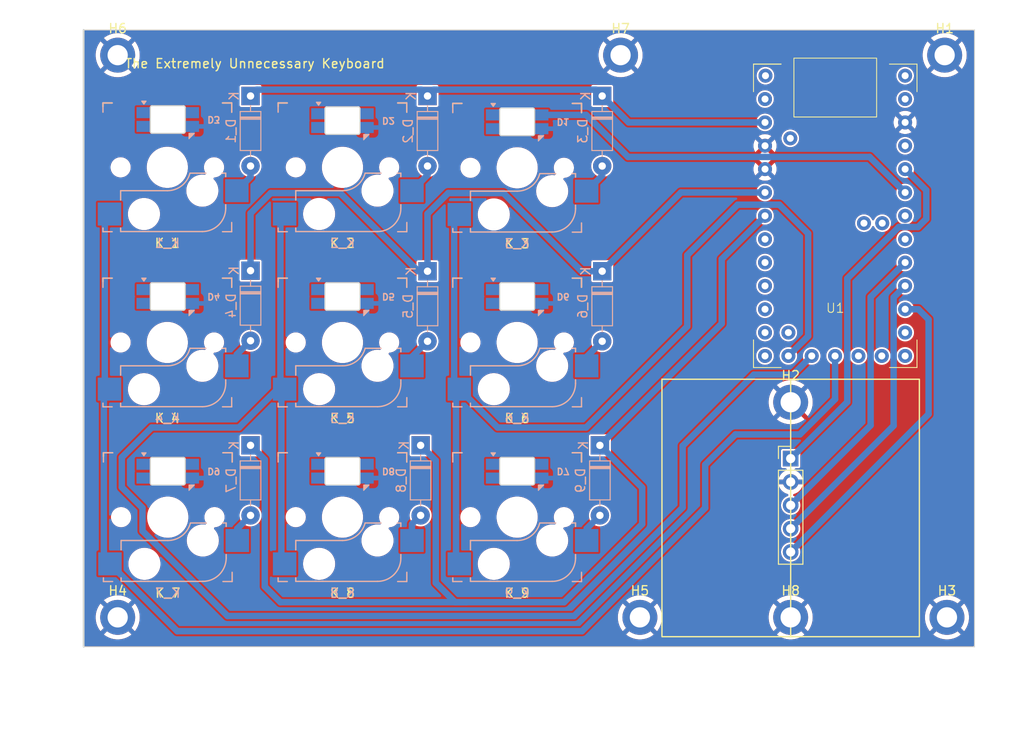
<source format=kicad_pcb>
(kicad_pcb (version 20241229) (generator "pcbnew") (generator_version "9.0")
  (layers (0 "F.Cu" signal) (2 "B.Cu" signal) (13 "F.Paste" user) (15 "B.Paste" user) (5 "F.SilkS" user "F.Silkscreen") (7 "B.SilkS" user "B.Silkscreen") (1 "F.Mask" user) (3 "B.Mask" user) (25 "Edge.Cuts" user))
  (net 0 "")
  (net 1 "col0")
  (net 2 "col1")
  (net 3 "row0")
  (net 4 "row1")
  (net 5 "Net-(D_4-A)")
  (net 6 "Net-(D_5-A)")
  (net 7 "Net-(D1-DOUT)")
  (net 9 "Net-(D2-DOUT)")
  (net 10 "Net-(D3-DOUT)")
  (net 19 "LED_POWER")
  (net 20 "GND")
  (net 21 "LED")
  (net 24 "IO2")
  (net 25 "3V3")
  (net 26 "IO3")
  (net 27 "IO1")
  (net 37 "Net-(D4-DOUT)")
  (net 38 "Net-(D5-DOUT)")
  (net 39 "Net-(D6-DOUT)")
  (net 40 "Net-(D7-DOUT)")
  (net 41 "Net-(D8-DOUT)")
  (net 43 "Net-(D_1-A)")
  (net 44 "Net-(D_2-A)")
  (net 45 "Net-(D_3-A)")
  (net 46 "Net-(D_6-A)")
  (net 47 "Net-(D_7-A)")
  (net 48 "row2")
  (net 49 "Net-(D_8-A)")
  (net 50 "Net-(D_9-A)")
  (net 51 "col2")
  (footprint "EUK:Kailh_socket_MX" (layer "F.Cu") (at 190.2 144.95 180)
    (property "Reference" "K_1" (at 0 -8.255 0) (layer "F.SilkS"))
    (property "Value" "KEYSW" (hide yes))
    (fp_text user "${REFERENCE}" (at 0 -8.255 0) (layer "B.SilkS") (effects (justify mirror)))
    (pad "" np_thru_hole circle (at -5.08 0 180) (size 1.7018 1.7018) (drill 1.7018) (layers "*.Cu" "*.Mask"))
    (pad "" np_thru_hole circle (at -3.81 -2.54 180) (size 3 3) (drill 3) (layers "*.Cu" "*.Mask"))
    (pad "" np_thru_hole circle (at 0 0 180) (size 3.9878 3.9878) (drill 3.9878) (layers "*.Cu" "*.Mask"))
    (pad "" np_thru_hole circle (at 2.54 -5.08 180) (size 3 3) (drill 3) (layers "*.Cu" "*.Mask"))
    (pad "" np_thru_hole circle (at 5.08 0 180) (size 1.7018 1.7018) (drill 1.7018) (layers "*.Cu" "*.Mask"))
    (pad "1" smd rect (at 6.29 -5.08 180) (size 2.55 2.5) (layers "B.Cu" "B.Mask" "B.Paste") (net 1 "col0"))
    (pad "2" smd rect (at -7.56 -2.54 180) (size 2.55 2.5) (layers "B.Cu" "B.Mask" "B.Paste") (net 43 "Net-(D_1-A)"))
  )
  (footprint "EUK:Kailh_socket_MX" (layer "F.Cu") (at 209.25 144.95 180)
    (property "Reference" "K_2" (at 0 -8.255 0) (layer "F.SilkS"))
    (property "Value" "KEYSW")
    (fp_text user "${REFERENCE}" (at 0 -8.255 0) (layer "B.SilkS") (effects (justify mirror)))
    (pad "" np_thru_hole circle (at -5.08 0 180) (size 1.7018 1.7018) (drill 1.7018) (layers "*.Cu" "*.Mask"))
    (pad "" np_thru_hole circle (at -3.81 -2.54 180) (size 3 3) (drill 3) (layers "*.Cu" "*.Mask"))
    (pad "" np_thru_hole circle (at 0 0 180) (size 3.9878 3.9878) (drill 3.9878) (layers "*.Cu" "*.Mask"))
    (pad "" np_thru_hole circle (at 2.54 -5.08 180) (size 3 3) (drill 3) (layers "*.Cu" "*.Mask"))
    (pad "" np_thru_hole circle (at 5.08 0 180) (size 1.7018 1.7018) (drill 1.7018) (layers "*.Cu" "*.Mask"))
    (pad "1" smd rect (at 6.29 -5.08 180) (size 2.55 2.5) (layers "B.Cu" "B.Mask" "B.Paste") (net 2 "col1"))
    (pad "2" smd rect (at -7.56 -2.54 180) (size 2.55 2.5) (layers "B.Cu" "B.Mask" "B.Paste") (net 44 "Net-(D_2-A)"))
  )
  (footprint "EUK:Kailh_socket_MX" (layer "F.Cu") (at 190.2 164 180)
    (property "Reference" "K_4" (at 0 -8.255 0) (layer "F.SilkS"))
    (property "Value" "KEYSW")
    (fp_text user "${REFERENCE}" (at 0 -8.255 0) (layer "B.SilkS") (effects (justify mirror)))
    (pad "" np_thru_hole circle (at -5.08 0 180) (size 1.7018 1.7018) (drill 1.7018) (layers "*.Cu" "*.Mask"))
    (pad "" np_thru_hole circle (at -3.81 -2.54 180) (size 3 3) (drill 3) (layers "*.Cu" "*.Mask"))
    (pad "" np_thru_hole circle (at 0 0 180) (size 3.9878 3.9878) (drill 3.9878) (layers "*.Cu" "*.Mask"))
    (pad "" np_thru_hole circle (at 2.54 -5.08 180) (size 3 3) (drill 3) (layers "*.Cu" "*.Mask"))
    (pad "" np_thru_hole circle (at 5.08 0 180) (size 1.7018 1.7018) (drill 1.7018) (layers "*.Cu" "*.Mask"))
    (pad "1" smd rect (at 6.29 -5.08 180) (size 2.55 2.5) (layers "B.Cu" "B.Mask" "B.Paste") (net 1 "col0"))
    (pad "2" smd rect (at -7.56 -2.54 180) (size 2.55 2.5) (layers "B.Cu" "B.Mask" "B.Paste") (net 5 "Net-(D_4-A)"))
  )
  (footprint "EUK:Kailh_socket_MX" (layer "F.Cu") (at 209.25 164 180)
    (property "Reference" "K_5" (at 0 -8.255 0) (layer "F.SilkS"))
    (property "Value" "KEYSW")
    (fp_text user "${REFERENCE}" (at 0 -8.255 0) (layer "B.SilkS") (effects (justify mirror)))
    (pad "" np_thru_hole circle (at -5.08 0 180) (size 1.7018 1.7018) (drill 1.7018) (layers "*.Cu" "*.Mask"))
    (pad "" np_thru_hole circle (at -3.81 -2.54 180) (size 3 3) (drill 3) (layers "*.Cu" "*.Mask"))
    (pad "" np_thru_hole circle (at 0 0 180) (size 3.9878 3.9878) (drill 3.9878) (layers "*.Cu" "*.Mask"))
    (pad "" np_thru_hole circle (at 2.54 -5.08 180) (size 3 3) (drill 3) (layers "*.Cu" "*.Mask"))
    (pad "" np_thru_hole circle (at 5.08 0 180) (size 1.7018 1.7018) (drill 1.7018) (layers "*.Cu" "*.Mask"))
    (pad "1" smd rect (at 6.29 -5.08 180) (size 2.55 2.5) (layers "B.Cu" "B.Mask" "B.Paste") (net 2 "col1"))
    (pad "2" smd rect (at -7.56 -2.54 180) (size 2.55 2.5) (layers "B.Cu" "B.Mask" "B.Paste") (net 6 "Net-(D_5-A)"))
  )
  (footprint "MountingHole:MountingHole_2.2mm_M2_DIN965_Pad" (layer "F.Cu") (at 258 193.9)
    (property "Reference" "H8" (at 0 -2.9 0) (layer "F.SilkS"))
    (property "Value" "MountingHole_Pad_MP")
    (pad "1" thru_hole circle (at 0 0) (size 3.8 3.8) (drill 2.2) (layers "*.Cu" "*.Mask") (net 20 "GND"))
  )
  (footprint "EUK:SK6812-MINI-E" (layer "F.Cu") (at 209.25 139.86875)
    (property "Reference" "D2" (at 5 0 180) (layer "B.SilkS") (effects (font (size 0.7 0.7)) (justify mirror)))
    (property "Value" "WS2812B" (hide yes))
    (fp_line (start -1.9 1.3) (end -1.9 -1.3) (stroke (width 0.12)) (layer "Edge.Cuts"))
    (fp_line (start -1.7 -1.5) (end 1.7 -1.5) (stroke (width 0.12)) (layer "Edge.Cuts"))
    (fp_line (start 1.7 1.5) (end -1.7 1.5) (stroke (width 0.12)) (layer "Edge.Cuts"))
    (fp_line (start 1.9 -1.3) (end 1.9 1.3) (stroke (width 0.12)) (layer "Edge.Cuts"))
    (fp_arc (start -1.9 -1.3) (mid -1.841421 -1.441421) (end -1.7 -1.5) (stroke (width 0.12)) (layer "Edge.Cuts"))
    (fp_arc (start -1.7 1.5) (mid -1.841421 1.441421) (end -1.9 1.3) (stroke (width 0.12)) (layer "Edge.Cuts"))
    (fp_arc (start 1.7 -1.5) (mid 1.841421 -1.441421) (end 1.9 -1.3) (stroke (width 0.12)) (layer "Edge.Cuts"))
    (fp_arc (start 1.9 1.3) (mid 1.841421 1.441421) (end 1.7 1.5) (stroke (width 0.12)) (layer "Edge.Cuts"))
    (pad "1" smd rect (at -2.675 0.75) (size 1.45 1.2) (layers "B.Cu" "B.Mask" "B.Paste") (net 9 "Net-(D2-DOUT)"))
    (pad "2" smd rect (at 2.675 0.75) (size 1.45 1.2) (layers "B.Cu" "B.Mask" "B.Paste") (net 20 "GND"))
    (pad "3" smd rect (at 2.675 -0.75) (size 1.45 1.2) (layers "B.Cu" "B.Mask" "B.Paste") (net 7 "Net-(D1-DOUT)"))
    (pad "4" smd rect (at -2.675 -0.75) (size 1.45 1.2) (layers "B.Cu" "B.Mask" "B.Paste") (net 19 "LED_POWER"))
  )
  (footprint "EUK:SK6812-MINI-E" (layer "F.Cu") (at 209.25 159)
    (property "Reference" "D5" (at 5 0 180) (layer "B.SilkS") (effects (font (size 0.7 0.7)) (justify mirror)))
    (property "Value" "WS2812B" (hide yes))
    (fp_line (start -1.9 1.3) (end -1.9 -1.3) (stroke (width 0.12)) (layer "Edge.Cuts"))
    (fp_line (start -1.7 -1.5) (end 1.7 -1.5) (stroke (width 0.12)) (layer "Edge.Cuts"))
    (fp_line (start 1.7 1.5) (end -1.7 1.5) (stroke (width 0.12)) (layer "Edge.Cuts"))
    (fp_line (start 1.9 -1.3) (end 1.9 1.3) (stroke (width 0.12)) (layer "Edge.Cuts"))
    (fp_arc (start -1.9 -1.3) (mid -1.841421 -1.441421) (end -1.7 -1.5) (stroke (width 0.12)) (layer "Edge.Cuts"))
    (fp_arc (start -1.7 1.5) (mid -1.841421 1.441421) (end -1.9 1.3) (stroke (width 0.12)) (layer "Edge.Cuts"))
    (fp_arc (start 1.7 -1.5) (mid 1.841421 -1.441421) (end 1.9 -1.3) (stroke (width 0.12)) (layer "Edge.Cuts"))
    (fp_arc (start 1.9 1.3) (mid 1.841421 1.441421) (end 1.7 1.5) (stroke (width 0.12)) (layer "Edge.Cuts"))
    (pad "1" smd rect (at -2.675 0.75) (size 1.45 1.2) (layers "B.Cu" "B.Mask" "B.Paste") (net 38 "Net-(D5-DOUT)"))
    (pad "2" smd rect (at 2.675 0.75) (size 1.45 1.2) (layers "B.Cu" "B.Mask" "B.Paste") (net 20 "GND"))
    (pad "3" smd rect (at 2.675 -0.75) (size 1.45 1.2) (layers "B.Cu" "B.Mask" "B.Paste") (net 37 "Net-(D4-DOUT)"))
    (pad "4" smd rect (at -2.675 -0.75) (size 1.45 1.2) (layers "B.Cu" "B.Mask" "B.Paste") (net 19 "LED_POWER"))
  )
  (footprint "Connector_PinHeader_2.54mm:PinHeader_1x05_P2.54mm_Vertical" (layer "F.Cu") (at 258 176.63)
    (property "Reference" "J2" (hide yes))
    (property "Value" "IO")
    (pad "1" thru_hole rect (at 0 0) (size 1.7 1.7) (drill 1) (layers "*.Cu" "*.Mask") (net 25 "3V3"))
    (pad "2" thru_hole oval (at 0 2.54) (size 1.7 1.7) (drill 1) (layers "*.Cu" "*.Mask") (net 20 "GND"))
    (pad "3" thru_hole oval (at 0 5.08) (size 1.7 1.7) (drill 1) (layers "*.Cu" "*.Mask") (net 27 "IO1"))
    (pad "4" thru_hole oval (at 0 7.62) (size 1.7 1.7) (drill 1) (layers "*.Cu" "*.Mask") (net 24 "IO2"))
    (pad "5" thru_hole oval (at 0 10.16) (size 1.7 1.7) (drill 1) (layers "*.Cu" "*.Mask") (net 26 "IO3"))
  )
  (footprint "EUK:Kailh_socket_MX" (layer "F.Cu") (at 228.25 145 180)
    (property "Reference" "K_3" (at 0 -8.255 180) (layer "F.SilkS"))
    (property "Value" "KEYSW")
    (fp_text user "${REFERENCE}" (at 0 -8.255 180) (layer "B.SilkS") (effects (justify mirror)))
    (pad "" np_thru_hole circle (at -5.08 0 180) (size 1.7018 1.7018) (drill 1.7018) (layers "*.Cu" "*.Mask"))
    (pad "" np_thru_hole circle (at -3.81 -2.54 180) (size 3 3) (drill 3) (layers "*.Cu" "*.Mask"))
    (pad "" np_thru_hole circle (at 0 0 180) (size 3.9878 3.9878) (drill 3.9878) (layers "*.Cu" "*.Mask"))
    (pad "" np_thru_hole circle (at 2.54 -5.08 180) (size 3 3) (drill 3) (layers "*.Cu" "*.Mask"))
    (pad "" np_thru_hole circle (at 5.08 0 180) (size 1.7018 1.7018) (drill 1.7018) (layers "*.Cu" "*.Mask"))
    (pad "1" smd rect (at 6.29 -5.08 180) (size 2.55 2.5) (layers "B.Cu" "B.Mask" "B.Paste") (net 51 "col2"))
    (pad "2" smd rect (at -7.56 -2.54 180) (size 2.55 2.5) (layers "B.Cu" "B.Mask" "B.Paste") (net 45 "Net-(D_3-A)"))
  )
  (footprint "EUK:Kailh_socket_MX" (layer "F.Cu") (at 190.25 183 180)
    (property "Reference" "K_7" (at 0 -8.255 180) (layer "F.SilkS"))
    (property "Value" "KEYSW")
    (fp_text user "${REFERENCE}" (at 0 -8.255 180) (layer "B.SilkS") (effects (justify mirror)))
    (pad "" np_thru_hole circle (at -5.08 0 180) (size 1.7018 1.7018) (drill 1.7018) (layers "*.Cu" "*.Mask"))
    (pad "" np_thru_hole circle (at -3.81 -2.54 180) (size 3 3) (drill 3) (layers "*.Cu" "*.Mask"))
    (pad "" np_thru_hole circle (at 0 0 180) (size 3.9878 3.9878) (drill 3.9878) (layers "*.Cu" "*.Mask"))
    (pad "" np_thru_hole circle (at 2.54 -5.08 180) (size 3 3) (drill 3) (layers "*.Cu" "*.Mask"))
    (pad "" np_thru_hole circle (at 5.08 0 180) (size 1.7018 1.7018) (drill 1.7018) (layers "*.Cu" "*.Mask"))
    (pad "1" smd rect (at 6.29 -5.08 180) (size 2.55 2.5) (layers "B.Cu" "B.Mask" "B.Paste") (net 1 "col0"))
    (pad "2" smd rect (at -7.56 -2.54 180) (size 2.55 2.5) (layers "B.Cu" "B.Mask" "B.Paste") (net 47 "Net-(D_7-A)"))
  )
  (footprint "MountingHole:MountingHole_2.2mm_M2_DIN965_Pad" (layer "F.Cu") (at 241.6 193.9)
    (property "Reference" "H5" (at 0 -2.9 0) (layer "F.SilkS"))
    (property "Value" "MountingHole_Pad_MP")
    (pad "1" thru_hole circle (at 0 0) (size 3.8 3.8) (drill 2.2) (layers "*.Cu" "*.Mask") (net 20 "GND"))
  )
  (footprint "EUK:SK6812-MINI-E" (layer "F.Cu") (at 190.25 178)
    (property "Reference" "D9" (at 5 0 180) (layer "B.SilkS") (effects (font (size 0.7 0.7)) (justify mirror)))
    (property "Value" "WS2812B" (hide yes))
    (fp_line (start -1.9 1.3) (end -1.9 -1.3) (stroke (width 0.12)) (layer "Edge.Cuts"))
    (fp_line (start -1.7 -1.5) (end 1.7 -1.5) (stroke (width 0.12)) (layer "Edge.Cuts"))
    (fp_line (start 1.7 1.5) (end -1.7 1.5) (stroke (width 0.12)) (layer "Edge.Cuts"))
    (fp_line (start 1.9 -1.3) (end 1.9 1.3) (stroke (width 0.12)) (layer "Edge.Cuts"))
    (fp_arc (start -1.9 -1.3) (mid -1.841421 -1.441421) (end -1.7 -1.5) (stroke (width 0.12)) (layer "Edge.Cuts"))
    (fp_arc (start -1.7 1.5) (mid -1.841421 1.441421) (end -1.9 1.3) (stroke (width 0.12)) (layer "Edge.Cuts"))
    (fp_arc (start 1.7 -1.5) (mid 1.841421 -1.441421) (end 1.9 -1.3) (stroke (width 0.12)) (layer "Edge.Cuts"))
    (fp_arc (start 1.9 1.3) (mid 1.841421 1.441421) (end 1.7 1.5) (stroke (width 0.12)) (layer "Edge.Cuts"))
    (pad "1" smd rect (at -2.675 0.75) (size 1.45 1.2) (layers "B.Cu" "B.Mask" "B.Paste"))
    (pad "2" smd rect (at 2.675 0.75) (size 1.45 1.2) (layers "B.Cu" "B.Mask" "B.Paste") (net 20 "GND"))
    (pad "3" smd rect (at 2.675 -0.75) (size 1.45 1.2) (layers "B.Cu" "B.Mask" "B.Paste") (net 41 "Net-(D8-DOUT)"))
    (pad "4" smd rect (at -2.675 -0.75) (size 1.45 1.2) (layers "B.Cu" "B.Mask" "B.Paste") (net 19 "LED_POWER"))
  )
  (footprint "RP2040 pro micro:pro_micro_rp2040" (layer "F.Cu") (at 253.96 166.725)
    (property "Reference" "U1" (at 8.89 -6.46 0) (layer "F.SilkS") (effects (font (thickness 0.1))))
    (property "Value" "~")
    (pad "0" thru_hole circle (at 1.25 -29.2) (size 1.524 1.524) (drill 0.762) (layers "*.Cu" "*.Mask"))
    (pad "1" thru_hole circle (at 1.25 -26.66) (size 1.524 1.524) (drill 0.762) (layers "*.Cu" "*.Mask") (net 3 "row0"))
    (pad "2" thru_hole circle (at 1.25 -19.04) (size 1.524 1.524) (drill 0.762) (layers "*.Cu" "*.Mask") (net 4 "row1"))
    (pad "3" thru_hole circle (at 1.25 -16.5) (size 1.524 1.524) (drill 0.762) (layers "*.Cu" "*.Mask") (net 48 "row2"))
    (pad "3V3" thru_hole circle (at 16.49 -21.58) (size 1.524 1.524) (drill 0.762) (layers "*.Cu" "*.Mask") (net 25 "3V3"))
    (pad "4" thru_hole circle (at 1.25 -13.96) (size 1.524 1.524) (drill 0.762) (layers "*.Cu" "*.Mask"))
    (pad "5" thru_hole circle (at 1.25 -11.42) (size 1.524 1.524) (drill 0.762) (layers "*.Cu" "*.Mask"))
    (pad "5V" thru_hole circle (at 16.49 -29.2) (size 1.524 1.524) (drill 0.762) (layers "*.Cu" "*.Mask") (net 19 "LED_POWER"))
    (pad "6" thru_hole circle (at 1.25 -8.88) (size 1.524 1.524) (drill 0.762) (layers "*.Cu" "*.Mask"))
    (pad "7" thru_hole circle (at 1.25 -6.34) (size 1.524 1.524) (drill 0.762) (layers "*.Cu" "*.Mask"))
    (pad "8" thru_hole circle (at 1.25 -3.8) (size 1.524 1.524) (drill 0.762) (layers "*.Cu" "*.Mask"))
    (pad "9" thru_hole circle (at 1.25 -1.26) (size 1.524 1.524) (drill 0.762) (layers "*.Cu" "*.Mask"))
    (pad "10" thru_hole circle (at 1.3 -31.74) (size 1.524 1.524) (drill 0.762) (layers "*.Cu" "*.Mask"))
    (pad "11" thru_hole circle (at 16.49 -31.74) (size 1.524 1.524) (drill 0.762) (layers "*.Cu" "*.Mask"))
    (pad "12" thru_hole circle (at 3.79 -1.26) (size 1.524 1.524) (drill 0.762) (layers "*.Cu" "*.Mask") (net 51 "col2"))
    (pad "13" thru_hole circle (at 6.33 -1.26) (size 1.524 1.524) (drill 0.762) (layers "*.Cu" "*.Mask") (net 2 "col1"))
    (pad "14" thru_hole circle (at 8.87 -1.26) (size 1.524 1.524) (drill 0.762) (layers "*.Cu" "*.Mask") (net 1 "col0"))
    (pad "15" thru_hole circle (at 11.41 -1.26) (size 1.524 1.524) (drill 0.762) (layers "*.Cu" "*.Mask"))
    (pad "16" thru_hole circle (at 13.95 -1.26) (size 1.524 1.524) (drill 0.762) (layers "*.Cu" "*.Mask"))
    (pad "18" thru_hole circle (at 12.01 -15.7) (size 1.524 1.524) (drill 0.762) (layers "*.Cu" "*.Mask"))
    (pad "20" thru_hole circle (at 16.49 -6.34) (size 1.524 1.524) (drill 0.762) (layers "*.Cu" "*.Mask") (net 26 "IO3"))
    (pad "21" thru_hole circle (at 16.49 -1.26) (size 1.524 1.524) (drill 0.762) (layers "*.Cu" "*.Mask"))
    (pad "22" thru_hole circle (at 16.49 -8.88) (size 1.524 1.524) (drill 0.762) (layers "*.Cu" "*.Mask") (net 24 "IO2"))
    (pad "23" thru_hole circle (at 16.49 -3.8) (size 1.524 1.524) (drill 0.762) (layers "*.Cu" "*.Mask"))
    (pad "24" thru_hole circle (at 14 -15.7) (size 1.524 1.524) (drill 0.762) (layers "*.Cu" "*.Mask"))
    (pad "25" thru_hole circle (at 3.79 -3.8) (size 1.524 1.524) (drill 0.762) (layers "*.Cu" "*.Mask"))
    (pad "26" thru_hole circle (at 16.49 -11.42) (size 1.524 1.524) (drill 0.762) (layers "*.Cu" "*.Mask") (net 27 "IO1"))
    (pad "27" thru_hole circle (at 16.49 -13.96) (size 1.524 1.524) (drill 0.762) (layers "*.Cu" "*.Mask"))
    (pad "28" thru_hole circle (at 16.49 -16.5) (size 1.524 1.524) (drill 0.762) (layers "*.Cu" "*.Mask"))
    (pad "29" thru_hole circle (at 16.49 -19.04) (size 1.524 1.524) (drill 0.762) (layers "*.Cu" "*.Mask") (net 21 "LED"))
    (pad "BOOT" thru_hole circle (at 4 -24.93) (size 1.524 1.524) (drill 0.762) (layers "*.Cu" "*.Mask"))
    (pad "GND" thru_hole circle (at 1.25 -24.12) (size 1.524 1.524) (drill 0.762) (layers "*.Cu" "*.Mask") (net 20 "GND"))
    (pad "GND" thru_hole circle (at 1.25 -21.58) (size 1.524 1.524) (drill 0.762) (layers "*.Cu" "*.Mask") (net 20 "GND"))
    (pad "GND" thru_hole circle (at 16.49 -26.66) (size 1.524 1.524) (drill 0.762) (layers "*.Cu" "*.Mask") (net 20 "GND"))
    (pad "RST" thru_hole circle (at 16.49 -24.12) (size 1.524 1.524) (drill 0.762) (layers "*.Cu" "*.Mask"))
  )
  (footprint "EUK:SK6812-MINI-E" (layer "F.Cu") (at 228.25 159)
    (property "Reference" "D6" (at 5 0 180) (layer "B.SilkS") (effects (font (size 0.7 0.7)) (justify mirror)))
    (property "Value" "WS2812B" (hide yes))
    (fp_line (start -1.9 1.3) (end -1.9 -1.3) (stroke (width 0.12)) (layer "Edge.Cuts"))
    (fp_line (start -1.7 -1.5) (end 1.7 -1.5) (stroke (width 0.12)) (layer "Edge.Cuts"))
    (fp_line (start 1.7 1.5) (end -1.7 1.5) (stroke (width 0.12)) (layer "Edge.Cuts"))
    (fp_line (start 1.9 -1.3) (end 1.9 1.3) (stroke (width 0.12)) (layer "Edge.Cuts"))
    (fp_arc (start -1.9 -1.3) (mid -1.841421 -1.441421) (end -1.7 -1.5) (stroke (width 0.12)) (layer "Edge.Cuts"))
    (fp_arc (start -1.7 1.5) (mid -1.841421 1.441421) (end -1.9 1.3) (stroke (width 0.12)) (layer "Edge.Cuts"))
    (fp_arc (start 1.7 -1.5) (mid 1.841421 -1.441421) (end 1.9 -1.3) (stroke (width 0.12)) (layer "Edge.Cuts"))
    (fp_arc (start 1.9 1.3) (mid 1.841421 1.441421) (end 1.7 1.5) (stroke (width 0.12)) (layer "Edge.Cuts"))
    (pad "1" smd rect (at -2.675 0.75) (size 1.45 1.2) (layers "B.Cu" "B.Mask" "B.Paste") (net 39 "Net-(D6-DOUT)"))
    (pad "2" smd rect (at 2.675 0.75) (size 1.45 1.2) (layers "B.Cu" "B.Mask" "B.Paste") (net 20 "GND"))
    (pad "3" smd rect (at 2.675 -0.75) (size 1.45 1.2) (layers "B.Cu" "B.Mask" "B.Paste") (net 38 "Net-(D5-DOUT)"))
    (pad "4" smd rect (at -2.675 -0.75) (size 1.45 1.2) (layers "B.Cu" "B.Mask" "B.Paste") (net 19 "LED_POWER"))
  )
  (footprint "EUK:SK6812-MINI-E" (layer "F.Cu") (at 190.25 139.75)
    (property "Reference" "D3" (at 5 0 180) (layer "B.SilkS") (effects (font (size 0.7 0.7)) (justify mirror)))
    (property "Value" "WS2812B" (hide yes))
    (fp_line (start -1.9 1.3) (end -1.9 -1.3) (stroke (width 0.12)) (layer "Edge.Cuts"))
    (fp_line (start -1.7 -1.5) (end 1.7 -1.5) (stroke (width 0.12)) (layer "Edge.Cuts"))
    (fp_line (start 1.7 1.5) (end -1.7 1.5) (stroke (width 0.12)) (layer "Edge.Cuts"))
    (fp_line (start 1.9 -1.3) (end 1.9 1.3) (stroke (width 0.12)) (layer "Edge.Cuts"))
    (fp_arc (start -1.9 -1.3) (mid -1.841421 -1.441421) (end -1.7 -1.5) (stroke (width 0.12)) (layer "Edge.Cuts"))
    (fp_arc (start -1.7 1.5) (mid -1.841421 1.441421) (end -1.9 1.3) (stroke (width 0.12)) (layer "Edge.Cuts"))
    (fp_arc (start 1.7 -1.5) (mid 1.841421 -1.441421) (end 1.9 -1.3) (stroke (width 0.12)) (layer "Edge.Cuts"))
    (fp_arc (start 1.9 1.3) (mid 1.841421 1.441421) (end 1.7 1.5) (stroke (width 0.12)) (layer "Edge.Cuts"))
    (pad "1" smd rect (at -2.675 0.75) (size 1.45 1.2) (layers "B.Cu" "B.Mask" "B.Paste") (net 10 "Net-(D3-DOUT)"))
    (pad "2" smd rect (at 2.675 0.75) (size 1.45 1.2) (layers "B.Cu" "B.Mask" "B.Paste") (net 20 "GND"))
    (pad "3" smd rect (at 2.675 -0.75) (size 1.45 1.2) (layers "B.Cu" "B.Mask" "B.Paste") (net 9 "Net-(D2-DOUT)"))
    (pad "4" smd rect (at -2.675 -0.75) (size 1.45 1.2) (layers "B.Cu" "B.Mask" "B.Paste") (net 19 "LED_POWER"))
  )
  (footprint "EUK:Kailh_socket_MX" (layer "F.Cu") (at 209.25 183 180)
    (property "Reference" "K_8" (at 0 -8.255 180) (layer "F.SilkS"))
    (property "Value" "KEYSW")
    (fp_text user "${REFERENCE}" (at 0 -8.255 180) (layer "B.SilkS") (effects (justify mirror)))
    (pad "" np_thru_hole circle (at -5.08 0 180) (size 1.7018 1.7018) (drill 1.7018) (layers "*.Cu" "*.Mask"))
    (pad "" np_thru_hole circle (at -3.81 -2.54 180) (size 3 3) (drill 3) (layers "*.Cu" "*.Mask"))
    (pad "" np_thru_hole circle (at 0 0 180) (size 3.9878 3.9878) (drill 3.9878) (layers "*.Cu" "*.Mask"))
    (pad "" np_thru_hole circle (at 2.54 -5.08 180) (size 3 3) (drill 3) (layers "*.Cu" "*.Mask"))
    (pad "" np_thru_hole circle (at 5.08 0 180) (size 1.7018 1.7018) (drill 1.7018) (layers "*.Cu" "*.Mask"))
    (pad "1" smd rect (at 6.29 -5.08 180) (size 2.55 2.5) (layers "B.Cu" "B.Mask" "B.Paste") (net 2 "col1"))
    (pad "2" smd rect (at -7.56 -2.54 180) (size 2.55 2.5) (layers "B.Cu" "B.Mask" "B.Paste") (net 49 "Net-(D_8-A)"))
  )
  (footprint "EUK:SK6812-MINI-E" (layer "F.Cu") (at 228.25 140)
    (property "Reference" "D1" (at 5 0 180) (layer "B.SilkS") (effects (font (size 0.7 0.7)) (justify mirror)))
    (property "Value" "WS2812B" (hide yes))
    (fp_line (start -1.9 1.3) (end -1.9 -1.3) (stroke (width 0.12)) (layer "Edge.Cuts"))
    (fp_line (start -1.7 -1.5) (end 1.7 -1.5) (stroke (width 0.12)) (layer "Edge.Cuts"))
    (fp_line (start 1.7 1.5) (end -1.7 1.5) (stroke (width 0.12)) (layer "Edge.Cuts"))
    (fp_line (start 1.9 -1.3) (end 1.9 1.3) (stroke (width 0.12)) (layer "Edge.Cuts"))
    (fp_arc (start -1.9 -1.3) (mid -1.841421 -1.441421) (end -1.7 -1.5) (stroke (width 0.12)) (layer "Edge.Cuts"))
    (fp_arc (start -1.7 1.5) (mid -1.841421 1.441421) (end -1.9 1.3) (stroke (width 0.12)) (layer "Edge.Cuts"))
    (fp_arc (start 1.7 -1.5) (mid 1.841421 -1.441421) (end 1.9 -1.3) (stroke (width 0.12)) (layer "Edge.Cuts"))
    (fp_arc (start 1.9 1.3) (mid 1.841421 1.441421) (end 1.7 1.5) (stroke (width 0.12)) (layer "Edge.Cuts"))
    (pad "1" smd rect (at -2.675 0.75) (size 1.45 1.2) (layers "B.Cu" "B.Mask" "B.Paste") (net 7 "Net-(D1-DOUT)"))
    (pad "2" smd rect (at 2.675 0.75) (size 1.45 1.2) (layers "B.Cu" "B.Mask" "B.Paste") (net 20 "GND"))
    (pad "3" smd rect (at 2.675 -0.75) (size 1.45 1.2) (layers "B.Cu" "B.Mask" "B.Paste") (net 21 "LED"))
    (pad "4" smd rect (at -2.675 -0.75) (size 1.45 1.2) (layers "B.Cu" "B.Mask" "B.Paste") (net 19 "LED_POWER"))
  )
  (footprint "EUK:SK6812-MINI-E" (layer "F.Cu") (at 228.25 178)
    (property "Reference" "D7" (at 5 0 180) (layer "B.SilkS") (effects (font (size 0.7 0.7)) (justify mirror)))
    (property "Value" "WS2812B" (hide yes))
    (fp_line (start -1.9 1.3) (end -1.9 -1.3) (stroke (width 0.12)) (layer "Edge.Cuts"))
    (fp_line (start -1.7 -1.5) (end 1.7 -1.5) (stroke (width 0.12)) (layer "Edge.Cuts"))
    (fp_line (start 1.7 1.5) (end -1.7 1.5) (stroke (width 0.12)) (layer "Edge.Cuts"))
    (fp_line (start 1.9 -1.3) (end 1.9 1.3) (stroke (width 0.12)) (layer "Edge.Cuts"))
    (fp_arc (start -1.9 -1.3) (mid -1.841421 -1.441421) (end -1.7 -1.5) (stroke (width 0.12)) (layer "Edge.Cuts"))
    (fp_arc (start -1.7 1.5) (mid -1.841421 1.441421) (end -1.9 1.3) (stroke (width 0.12)) (layer "Edge.Cuts"))
    (fp_arc (start 1.7 -1.5) (mid 1.841421 -1.441421) (end 1.9 -1.3) (stroke (width 0.12)) (layer "Edge.Cuts"))
    (fp_arc (start 1.9 1.3) (mid 1.841421 1.441421) (end 1.7 1.5) (stroke (width 0.12)) (layer "Edge.Cuts"))
    (pad "1" smd rect (at -2.675 0.75) (size 1.45 1.2) (layers "B.Cu" "B.Mask" "B.Paste") (net 40 "Net-(D7-DOUT)"))
    (pad "2" smd rect (at 2.675 0.75) (size 1.45 1.2) (layers "B.Cu" "B.Mask" "B.Paste") (net 20 "GND"))
    (pad "3" smd rect (at 2.675 -0.75) (size 1.45 1.2) (layers "B.Cu" "B.Mask" "B.Paste") (net 39 "Net-(D6-DOUT)"))
    (pad "4" smd rect (at -2.675 -0.75) (size 1.45 1.2) (layers "B.Cu" "B.Mask" "B.Paste") (net 19 "LED_POWER"))
  )
  (footprint "EUK:SK6812-MINI-E" (layer "F.Cu") (at 209.25 178)
    (property "Reference" "D8" (at 5 0 180) (layer "B.SilkS") (effects (font (size 0.7 0.7)) (justify mirror)))
    (property "Value" "WS2812B" (hide yes))
    (fp_line (start -1.9 1.3) (end -1.9 -1.3) (stroke (width 0.12)) (layer "Edge.Cuts"))
    (fp_line (start -1.7 -1.5) (end 1.7 -1.5) (stroke (width 0.12)) (layer "Edge.Cuts"))
    (fp_line (start 1.7 1.5) (end -1.7 1.5) (stroke (width 0.12)) (layer "Edge.Cuts"))
    (fp_line (start 1.9 -1.3) (end 1.9 1.3) (stroke (width 0.12)) (layer "Edge.Cuts"))
    (fp_arc (start -1.9 -1.3) (mid -1.841421 -1.441421) (end -1.7 -1.5) (stroke (width 0.12)) (layer "Edge.Cuts"))
    (fp_arc (start -1.7 1.5) (mid -1.841421 1.441421) (end -1.9 1.3) (stroke (width 0.12)) (layer "Edge.Cuts"))
    (fp_arc (start 1.7 -1.5) (mid 1.841421 -1.441421) (end 1.9 -1.3) (stroke (width 0.12)) (layer "Edge.Cuts"))
    (fp_arc (start 1.9 1.3) (mid 1.841421 1.441421) (end 1.7 1.5) (stroke (width 0.12)) (layer "Edge.Cuts"))
    (pad "1" smd rect (at -2.675 0.75) (size 1.45 1.2) (layers "B.Cu" "B.Mask" "B.Paste") (net 41 "Net-(D8-DOUT)"))
    (pad "2" smd rect (at 2.675 0.75) (size 1.45 1.2) (layers "B.Cu" "B.Mask" "B.Paste") (net 20 "GND"))
    (pad "3" smd rect (at 2.675 -0.75) (size 1.45 1.2) (layers "B.Cu" "B.Mask" "B.Paste") (net 40 "Net-(D7-DOUT)"))
    (pad "4" smd rect (at -2.675 -0.75) (size 1.45 1.2) (layers "B.Cu" "B.Mask" "B.Paste") (net 19 "LED_POWER"))
  )
  (footprint "MountingHole:MountingHole_2.2mm_M2_DIN965_Pad" (layer "F.Cu") (at 184.8 193.9)
    (property "Reference" "H4" (at 0 -2.9 0) (layer "F.SilkS"))
    (property "Value" "MountingHole_Pad_MP")
    (pad "1" thru_hole circle (at 0 0) (size 3.8 3.8) (drill 2.2) (layers "*.Cu" "*.Mask") (net 20 "GND"))
  )
  (footprint "EUK:SK6812-MINI-E" (layer "F.Cu") (at 190.25 159)
    (property "Reference" "D4" (at 5 0 180) (layer "B.SilkS") (effects (font (size 0.7 0.7)) (justify mirror)))
    (property "Value" "WS2812B" (hide yes))
    (fp_line (start -1.9 1.3) (end -1.9 -1.3) (stroke (width 0.12)) (layer "Edge.Cuts"))
    (fp_line (start -1.7 -1.5) (end 1.7 -1.5) (stroke (width 0.12)) (layer "Edge.Cuts"))
    (fp_line (start 1.7 1.5) (end -1.7 1.5) (stroke (width 0.12)) (layer "Edge.Cuts"))
    (fp_line (start 1.9 -1.3) (end 1.9 1.3) (stroke (width 0.12)) (layer "Edge.Cuts"))
    (fp_arc (start -1.9 -1.3) (mid -1.841421 -1.441421) (end -1.7 -1.5) (stroke (width 0.12)) (layer "Edge.Cuts"))
    (fp_arc (start -1.7 1.5) (mid -1.841421 1.441421) (end -1.9 1.3) (stroke (width 0.12)) (layer "Edge.Cuts"))
    (fp_arc (start 1.7 -1.5) (mid 1.841421 -1.441421) (end 1.9 -1.3) (stroke (width 0.12)) (layer "Edge.Cuts"))
    (fp_arc (start 1.9 1.3) (mid 1.841421 1.441421) (end 1.7 1.5) (stroke (width 0.12)) (layer "Edge.Cuts"))
    (pad "1" smd rect (at -2.675 0.75) (size 1.45 1.2) (layers "B.Cu" "B.Mask" "B.Paste") (net 37 "Net-(D4-DOUT)"))
    (pad "2" smd rect (at 2.675 0.75) (size 1.45 1.2) (layers "B.Cu" "B.Mask" "B.Paste") (net 20 "GND"))
    (pad "3" smd rect (at 2.675 -0.75) (size 1.45 1.2) (layers "B.Cu" "B.Mask" "B.Paste") (net 10 "Net-(D3-DOUT)"))
    (pad "4" smd rect (at -2.675 -0.75) (size 1.45 1.2) (layers "B.Cu" "B.Mask" "B.Paste") (net 19 "LED_POWER"))
  )
  (footprint "MountingHole:MountingHole_2.2mm_M2_DIN965_Pad" (layer "F.Cu") (at 275 193.9)
    (property "Reference" "H3" (at 0 -2.9 0) (layer "F.SilkS"))
    (property "Value" "MountingHole_Pad_MP")
    (pad "1" thru_hole circle (at 0 0) (size 3.8 3.8) (drill 2.2) (layers "*.Cu" "*.Mask") (net 20 "GND"))
  )
  (footprint "MountingHole:MountingHole_2.2mm_M2_DIN965_Pad" (layer "F.Cu") (at 258 170.5)
    (property "Reference" "H2" (at 0 -2.9 0) (layer "F.SilkS"))
    (property "Value" "MountingHole_Pad_MP")
    (pad "1" thru_hole circle (at 0 0) (size 3.8 3.8) (drill 2.2) (layers "*.Cu" "*.Mask") (net 20 "GND"))
  )
  (footprint "MountingHole:MountingHole_2.2mm_M2_DIN965_Pad" (layer "F.Cu") (at 274.75 132.75)
    (property "Reference" "H1" (at 0 -2.9 0) (layer "F.SilkS"))
    (property "Value" "MountingHole_Pad_MP")
    (pad "1" thru_hole circle (at 0 0) (size 3.8 3.8) (drill 2.2) (layers "*.Cu" "*.Mask") (net 20 "GND"))
  )
  (footprint "MountingHole:MountingHole_2.2mm_M2_DIN965_Pad" (layer "F.Cu") (at 184.8 132.75)
    (property "Reference" "H6" (at 0 -2.9 0) (layer "F.SilkS"))
    (property "Value" "MountingHole_Pad_MP")
    (pad "1" thru_hole circle (at 0 0) (size 3.8 3.8) (drill 2.2) (layers "*.Cu" "*.Mask") (net 20 "GND"))
  )
  (footprint "EUK:Kailh_socket_MX" (layer "F.Cu") (at 228.25 183 180)
    (property "Reference" "K_9" (at 0 -8.255 180) (layer "F.SilkS"))
    (property "Value" "KEYSW")
    (fp_text user "${REFERENCE}" (at 0 -8.255 180) (layer "B.SilkS") (effects (justify mirror)))
    (pad "" np_thru_hole circle (at -5.08 0 180) (size 1.7018 1.7018) (drill 1.7018) (layers "*.Cu" "*.Mask"))
    (pad "" np_thru_hole circle (at -3.81 -2.54 180) (size 3 3) (drill 3) (layers "*.Cu" "*.Mask"))
    (pad "" np_thru_hole circle (at 0 0 180) (size 3.9878 3.9878) (drill 3.9878) (layers "*.Cu" "*.Mask"))
    (pad "" np_thru_hole circle (at 2.54 -5.08 180) (size 3 3) (drill 3) (layers "*.Cu" "*.Mask"))
    (pad "" np_thru_hole circle (at 5.08 0 180) (size 1.7018 1.7018) (drill 1.7018) (layers "*.Cu" "*.Mask"))
    (pad "1" smd rect (at 6.29 -5.08 180) (size 2.55 2.5) (layers "B.Cu" "B.Mask" "B.Paste") (net 51 "col2"))
    (pad "2" smd rect (at -7.56 -2.54 180) (size 2.55 2.5) (layers "B.Cu" "B.Mask" "B.Paste") (net 50 "Net-(D_9-A)"))
  )
  (footprint "MountingHole:MountingHole_2.2mm_M2_DIN965_Pad" (layer "F.Cu") (at 239.5 132.75)
    (property "Reference" "H7" (at 0 -2.9 0) (layer "F.SilkS"))
    (property "Value" "MountingHole_Pad_MP")
    (pad "1" thru_hole circle (at 0 0) (size 3.8 3.8) (drill 2.2) (layers "*.Cu" "*.Mask") (net 20 "GND"))
  )
  (footprint "EUK:Kailh_socket_MX" (layer "F.Cu") (at 228.25 164 180)
    (property "Reference" "K_6" (at 0 -8.255 180) (layer "F.SilkS"))
    (property "Value" "KEYSW")
    (fp_text user "${REFERENCE}" (at 0 -8.255 180) (layer "B.SilkS") (effects (justify mirror)))
    (pad "" np_thru_hole circle (at -5.08 0 180) (size 1.7018 1.7018) (drill 1.7018) (layers "*.Cu" "*.Mask"))
    (pad "" np_thru_hole circle (at -3.81 -2.54 180) (size 3 3) (drill 3) (layers "*.Cu" "*.Mask"))
    (pad "" np_thru_hole circle (at 0 0 180) (size 3.9878 3.9878) (drill 3.9878) (layers "*.Cu" "*.Mask"))
    (pad "" np_thru_hole circle (at 2.54 -5.08 180) (size 3 3) (drill 3) (layers "*.Cu" "*.Mask"))
    (pad "" np_thru_hole circle (at 5.08 0 180) (size 1.7018 1.7018) (drill 1.7018) (layers "*.Cu" "*.Mask"))
    (pad "1" smd rect (at 6.29 -5.08 180) (size 2.55 2.5) (layers "B.Cu" "B.Mask" "B.Paste") (net 51 "col2"))
    (pad "2" smd rect (at -7.56 -2.54 180) (size 2.55 2.5) (layers "B.Cu" "B.Mask" "B.Paste") (net 46 "Net-(D_6-A)"))
  )
  (footprint "EUK:D_DO-35_SOD27_P7.62mm_Horizontal" (layer "B.Cu") (at 199.25 137.19 -90)
    (property "Reference" "D_1" (at 3.81 2.12 90) (layer "B.SilkS") (effects (justify mirror)))
    (property "Value" "D")
    (fp_text user "K" (at 0 1.8 90) (layer "B.SilkS") (effects (justify mirror)))
    (pad "1" thru_hole rect (at 0 0 270) (size 2 2) (drill 0.8) (layers "*.Cu" "*.Mask") (net 3 "row0"))
    (pad "2" thru_hole oval (at 7.62 0 270) (size 2 2) (drill 0.8) (layers "*.Cu" "*.Mask") (net 43 "Net-(D_1-A)"))
  )
  (footprint "EUK:D_DO-35_SOD27_P7.62mm_Horizontal" (layer "B.Cu") (at 218.5 137.19 -90)
    (property "Reference" "D_2" (at 3.81 2.12 90) (layer "B.SilkS") (effects (justify mirror)))
    (property "Value" "D")
    (fp_text user "K" (at 0 1.8 90) (layer "B.SilkS") (effects (justify mirror)))
    (pad "1" thru_hole rect (at 0 0 270) (size 2 2) (drill 0.8) (layers "*.Cu" "*.Mask") (net 3 "row0"))
    (pad "2" thru_hole oval (at 7.62 0 270) (size 2 2) (drill 0.8) (layers "*.Cu" "*.Mask") (net 44 "Net-(D_2-A)"))
  )
  (footprint "EUK:D_DO-35_SOD27_P7.62mm_Horizontal" (layer "B.Cu") (at 199.25 156.19 -90)
    (property "Reference" "D_4" (at 3.81 2.12 90) (layer "B.SilkS") (effects (justify mirror)))
    (property "Value" "D")
    (fp_text user "K" (at 0 1.8 90) (layer "B.SilkS") (effects (justify mirror)))
    (pad "1" thru_hole rect (at 0 0 270) (size 2 2) (drill 0.8) (layers "*.Cu" "*.Mask") (net 4 "row1"))
    (pad "2" thru_hole oval (at 7.62 0 270) (size 2 2) (drill 0.8) (layers "*.Cu" "*.Mask") (net 5 "Net-(D_4-A)"))
  )
  (footprint "EUK:D_DO-35_SOD27_P7.62mm_Horizontal" (layer "B.Cu") (at 218.5 156.25 -90)
    (property "Reference" "D_5" (at 3.81 2.12 90) (layer "B.SilkS") (effects (justify mirror)))
    (property "Value" "D")
    (fp_text user "K" (at 0 1.8 90) (layer "B.SilkS") (effects (justify mirror)))
    (pad "1" thru_hole rect (at 0 0 270) (size 2 2) (drill 0.8) (layers "*.Cu" "*.Mask") (net 4 "row1"))
    (pad "2" thru_hole oval (at 7.62 0 270) (size 2 2) (drill 0.8) (layers "*.Cu" "*.Mask") (net 6 "Net-(D_5-A)"))
  )
  (footprint "EUK:D_DO-35_SOD27_P7.62mm_Horizontal" (layer "B.Cu") (at 199.25 175.19 -90)
    (property "Reference" "D_7" (at 3.81 2.12 90) (layer "B.SilkS") (effects (justify mirror)))
    (property "Value" "D")
    (fp_text user "K" (at 0 1.8 90) (layer "B.SilkS") (effects (justify mirror)))
    (pad "1" thru_hole rect (at 0 0 270) (size 2 2) (drill 0.8) (layers "*.Cu" "*.Mask") (net 48 "row2"))
    (pad "2" thru_hole oval (at 7.62 0 270) (size 2 2) (drill 0.8) (layers "*.Cu" "*.Mask") (net 47 "Net-(D_7-A)"))
  )
  (footprint "EUK:D_DO-35_SOD27_P7.62mm_Horizontal" (layer "B.Cu") (at 217.75 175.19 -90)
    (property "Reference" "D_8" (at 3.81 2.12 90) (layer "B.SilkS") (effects (justify mirror)))
    (property "Value" "D")
    (fp_text user "K" (at 0 1.8 90) (layer "B.SilkS") (effects (justify mirror)))
    (pad "1" thru_hole rect (at 0 0 270) (size 2 2) (drill 0.8) (layers "*.Cu" "*.Mask") (net 48 "row2"))
    (pad "2" thru_hole oval (at 7.62 0 270) (size 2 2) (drill 0.8) (layers "*.Cu" "*.Mask") (net 49 "Net-(D_8-A)"))
  )
  (footprint "EUK:D_DO-35_SOD27_P7.62mm_Horizontal" (layer "B.Cu") (at 237.5 156.25 -90)
    (property "Reference" "D_6" (at 3.81 2.12 90) (layer "B.SilkS") (effects (justify mirror)))
    (property "Value" "D")
    (fp_text user "K" (at 0 1.8 90) (layer "B.SilkS") (effects (justify mirror)))
    (pad "1" thru_hole rect (at 0 0 270) (size 2 2) (drill 0.8) (layers "*.Cu" "*.Mask") (net 4 "row1"))
    (pad "2" thru_hole oval (at 7.62 0 270) (size 2 2) (drill 0.8) (layers "*.Cu" "*.Mask") (net 46 "Net-(D_6-A)"))
  )
  (footprint "EUK:D_DO-35_SOD27_P7.62mm_Horizontal" (layer "B.Cu") (at 237.5 137.19 -90)
    (property "Reference" "D_3" (at 3.81 2.12 90) (layer "B.SilkS") (effects (justify mirror)))
    (property "Value" "D")
    (fp_text user "K" (at 0 1.8 90) (layer "B.SilkS") (effects (justify mirror)))
    (pad "1" thru_hole rect (at 0 0 270) (size 2 2) (drill 0.8) (layers "*.Cu" "*.Mask") (net 3 "row0"))
    (pad "2" thru_hole oval (at 7.62 0 270) (size 2 2) (drill 0.8) (layers "*.Cu" "*.Mask") (net 45 "Net-(D_3-A)"))
  )
  (footprint "EUK:D_DO-35_SOD27_P7.62mm_Horizontal" (layer "B.Cu") (at 237.25 175.19 -90)
    (property "Reference" "D_9" (at 3.81 2.12 90) (layer "B.SilkS") (effects (justify mirror)))
    (property "Value" "D")
    (fp_text user "K" (at 0 1.8 90) (layer "B.SilkS") (effects (justify mirror)))
    (pad "1" thru_hole rect (at 0 0 270) (size 2 2) (drill 0.8) (layers "*.Cu" "*.Mask") (net 48 "row2"))
    (pad "2" thru_hole oval (at 7.62 0 270) (size 2 2) (drill 0.8) (layers "*.Cu" "*.Mask") (net 50 "Net-(D_9-A)"))
  )
  (gr_rect (start 244 168) (end 272 196) (stroke (width 0.15)) (fill no) (layer "F.SilkS"))
  (gr_line (start 258 168) (end 258 196) (stroke (width 0.15)) (layer "F.SilkS"))
  (gr_line (start 181.1 130) (end 278 130) (stroke (width 0.1)) (layer "Edge.Cuts"))
  (gr_line (start 181.1 197.1) (end 181.1 130) (stroke (width 0.2)) (layer "Edge.Cuts"))
  (gr_line (start 278 197.1) (end 278 130) (stroke (width 0.1)) (layer "Edge.Cuts"))
  (gr_line (start 181.1 197.1) (end 278 197.1) (stroke (width 0.1)) (layer "Edge.Cuts"))
  (gr_text "The Extremely Unnecessary Keyboard" (at 185.5 134.25 0) (layer "F.SilkS") (effects (font (size 1 1)) (justify left bottom)))
  (segment (start 183.3 187.42) (end 183.96 188.08) (width 0.7) (layer "B.Cu") (net 1))
  (segment (start 183.91 169.08) (end 183.3 169.69) (width 0.7) (layer "B.Cu") (net 1))
  (segment (start 248.7 182) (end 248.7 177.3) (width 0.7) (layer "B.Cu") (net 1))
  (segment (start 252 174) (end 259 174) (width 0.7) (layer "B.Cu") (net 1))
  (segment (start 262.83 170.17) (end 262.83 165.465) (width 0.7) (layer "B.Cu") (net 1))
  (segment (start 259 174) (end 262.83 170.17) (width 0.7) (layer "B.Cu") (net 1))
  (segment (start 183.4 168.57) (end 183.91 169.08) (width 0.7) (layer "B.Cu") (net 1))
  (segment (start 183.4 150.54) (end 183.4 168.57) (width 0.7) (layer "B.Cu") (net 1))
  (segment (start 183.3 169.69) (end 183.3 187.42) (width 0.7) (layer "B.Cu") (net 1))
  (segment (start 183.96 188.08) (end 191.28 195.4) (width 0.7) (layer "B.Cu") (net 1))
  (segment (start 235.3 195.4) (end 248.7 182) (width 0.7) (layer "B.Cu") (net 1))
  (segment (start 191.28 195.4) (end 235.3 195.4) (width 0.7) (layer "B.Cu") (net 1))
  (segment (start 183.91 150.03) (end 183.4 150.54) (width 0.7) (layer "B.Cu") (net 1))
  (segment (start 248.7 177.3) (end 252 174) (width 0.7) (layer "B.Cu") (net 1))
  (segment (start 202.5 150.49) (end 202.5 168.62) (width 0.7) (layer "B.Cu") (net 2))
  (segment (start 260.29 165.465) (end 258.255 167.5) (width 0.7) (layer "B.Cu") (net 2))
  (segment (start 246.25 181.95) (end 234.45 193.75) (width 0.7) (layer "B.Cu") (net 2))
  (segment (start 196.75 193.75) (end 187.5 184.5) (width 0.7) (layer "B.Cu") (net 2))
  (segment (start 202.5 168.62) (end 202.96 169.08) (width 0.7) (layer "B.Cu") (net 2))
  (segment (start 185.25 179.75) (end 185.25 176.5) (width 0.7) (layer "B.Cu") (net 2))
  (segment (start 187.5 184.5) (end 187.5 182) (width 0.7) (layer "B.Cu") (net 2))
  (segment (start 258.255 167.5) (end 254 167.5) (width 0.7) (layer "B.Cu") (net 2))
  (segment (start 187.5 182) (end 185.25 179.75) (width 0.7) (layer "B.Cu") (net 2))
  (segment (start 202.6 187.72) (end 202.96 188.08) (width 0.7) (layer "B.Cu") (net 2))
  (segment (start 202.6 169.44) (end 202.6 187.72) (width 0.7) (layer "B.Cu") (net 2))
  (segment (start 198 173.25) (end 202.17 169.08) (width 0.7) (layer "B.Cu") (net 2))
  (segment (start 188.5 173.25) (end 198 173.25) (width 0.7) (layer "B.Cu") (net 2))
  (segment (start 246.25 175.25) (end 246.25 181.95) (width 0.7) (layer "B.Cu") (net 2))
  (segment (start 234.45 193.75) (end 196.75 193.75) (width 0.7) (layer "B.Cu") (net 2))
  (segment (start 254 167.5) (end 246.25 175.25) (width 0.7) (layer "B.Cu") (net 2))
  (segment (start 185.25 176.5) (end 188.5 173.25) (width 0.7) (layer "B.Cu") (net 2))
  (segment (start 202.96 169.08) (end 202.6 169.44) (width 0.7) (layer "B.Cu") (net 2))
  (segment (start 202.17 169.08) (end 202.96 169.08) (width 0.7) (layer "B.Cu") (net 2))
  (segment (start 202.96 150.03) (end 202.5 150.49) (width 0.7) (layer "B.Cu") (net 2))
  (segment (start 199.94 136.5) (end 199.25 137.19) (width 0.7) (layer "B.Cu") (net 3))
  (segment (start 236.81 136.5) (end 219.19 136.5) (width 0.7) (layer "B.Cu") (net 3))
  (segment (start 218.5 137.19) (end 217.81 136.5) (width 0.7) (layer "B.Cu") (net 3))
  (segment (start 255.21 140.065) (end 240.375 140.065) (width 0.7) (layer "B.Cu") (net 3))
  (segment (start 219.19 136.5) (end 218.5 137.19) (width 0.7) (layer "B.Cu") (net 3))
  (segment (start 217.81 136.5) (end 199.94 136.5) (width 0.7) (layer "B.Cu") (net 3))
  (segment (start 240.375 140.065) (end 237.5 137.19) (width 0.7) (layer "B.Cu") (net 3))
  (segment (start 217.5 156.25) (end 209 147.75) (width 0.7) (layer "B.Cu") (net 4))
  (segment (start 218.5 150) (end 218.5 156.25) (width 0.7) (layer "B.Cu") (net 4))
  (segment (start 218.5 156.25) (end 217.5 156.25) (width 0.7) (layer "B.Cu") (net 4))
  (segment (start 220.75 147.75) (end 218.5 150) (width 0.7) (layer "B.Cu") (net 4))
  (segment (start 226.75 147.75) (end 220.75 147.75) (width 0.7) (layer "B.Cu") (net 4))
  (segment (start 199.25 149.95) (end 199.25 156.19) (width 0.7) (layer "B.Cu") (net 4))
  (segment (start 201.45 147.75) (end 199.25 149.95) (width 0.7) (layer "B.Cu") (net 4))
  (segment (start 246.065 147.685) (end 237.5 156.25) (width 0.7) (layer "B.Cu") (net 4))
  (segment (start 209 147.75) (end 201.45 147.75) (width 0.7) (layer "B.Cu") (net 4))
  (segment (start 255.21 147.685) (end 246.065 147.685) (width 0.7) (layer "B.Cu") (net 4))
  (segment (start 235.25 156.25) (end 226.75 147.75) (width 0.7) (layer "B.Cu") (net 4))
  (segment (start 237.5 156.25) (end 235.25 156.25) (width 0.7) (layer "B.Cu") (net 4))
  (segment (start 197.76 166.54) (end 197.76 165.3) (width 0.7) (layer "B.Cu") (net 5))
  (segment (start 197.76 165.3) (end 199.25 163.81) (width 0.7) (layer "B.Cu") (net 5))
  (segment (start 216.81 165.56) (end 218.5 163.87) (width 0.7) (layer "B.Cu") (net 6))
  (segment (start 216.81 166.54) (end 216.81 165.56) (width 0.7) (layer "B.Cu") (net 6))
  (segment (start 211.925 139.11875) (end 212.24 139.11875) (width 0.7) (layer "B.Cu") (net 7))
  (segment (start 192.925 139) (end 193.24 139) (width 0.7) (layer "B.Cu") (net 9))
  (segment (start 235.75 139.25) (end 240.318 143.818) (width 0.7) (layer "B.Cu") (net 21))
  (segment (start 240.318 143.818) (end 266.583 143.818) (width 0.7) (layer "B.Cu") (net 21))
  (segment (start 266.583 143.818) (end 270.45 147.685) (width 0.7) (layer "B.Cu") (net 21))
  (segment (start 230.925 139.25) (end 235.75 139.25) (width 0.7) (layer "B.Cu") (net 21))
  (segment (start 269.2 159.095) (end 269.2 173.05) (width 0.7) (layer "B.Cu") (net 24))
  (segment (start 269.2 173.05) (end 258 184.25) (width 0.7) (layer "B.Cu") (net 24))
  (segment (start 270.45 157.845) (end 269.2 159.095) (width 0.7) (layer "B.Cu") (net 24))
  (segment (start 264.157 157.043) (end 269.762 151.438) (width 0.7) (layer "B.Cu") (net 25))
  (segment (start 272.75 147.445) (end 270.45 145.145) (width 0.7) (layer "B.Cu") (net 25))
  (segment (start 271.862 151.438) (end 272.75 150.55) (width 0.7) (layer "B.Cu") (net 25))
  (segment (start 264.157 170.473) (end 264.157 157.043) (width 0.7) (layer "B.Cu") (net 25))
  (segment (start 269.762 151.438) (end 271.862 151.438) (width 0.7) (layer "B.Cu") (net 25))
  (segment (start 272.75 150.55) (end 272.75 147.445) (width 0.7) (layer "B.Cu") (net 25))
  (segment (start 258 176.63) (end 264.157 170.473) (width 0.7) (layer "B.Cu") (net 25))
  (segment (start 273 171.79) (end 273 161.5) (width 0.7) (layer "B.Cu") (net 26))
  (segment (start 271.885 160.385) (end 270.45 160.385) (width 0.7) (layer "B.Cu") (net 26))
  (segment (start 258 186.79) (end 273 171.79) (width 0.7) (layer "B.Cu") (net 26))
  (segment (start 273 161.5) (end 271.885 160.385) (width 0.7) (layer "B.Cu") (net 26))
  (segment (start 270.45 155.305) (end 266.697 159.058) (width 0.7) (layer "B.Cu") (net 27))
  (segment (start 266.697 173.013) (end 258 181.71) (width 0.7) (layer "B.Cu") (net 27))
  (segment (start 266.697 159.058) (end 266.697 173.013) (width 0.7) (layer "B.Cu") (net 27))
  (segment (start 199.25 146) (end 197.76 147.49) (width 0.7) (layer "B.Cu") (net 43))
  (segment (start 199.25 144.81) (end 199.25 146) (width 0.7) (layer "B.Cu") (net 43))
  (segment (start 218.5 145.8) (end 216.81 147.49) (width 0.7) (layer "B.Cu") (net 44))
  (segment (start 218.5 144.81) (end 218.5 145.8) (width 0.7) (layer "B.Cu") (net 44))
  (segment (start 237.5 144.81) (end 237.5 145.85) (width 0.7) (layer "B.Cu") (net 45))
  (segment (start 237.5 145.85) (end 235.81 147.54) (width 0.7) (layer "B.Cu") (net 45))
  (segment (start 235.81 166.54) (end 235.81 165.56) (width 0.7) (layer "B.Cu") (net 46))
  (segment (start 235.81 165.56) (end 237.5 163.87) (width 0.7) (layer "B.Cu") (net 46))
  (segment (start 197.81 185.54) (end 197.81 184.25) (width 0.7) (layer "B.Cu") (net 47))
  (segment (start 197.81 184.25) (end 199.25 182.81) (width 0.7) (layer "B.Cu") (net 47))
  (segment (start 221.5 192.25) (end 219.4 190.15) (width 0.7) (layer "B.Cu") (net 48))
  (segment (start 222.703 192.25) (end 221.5 192.25) (width 0.7) (layer "B.Cu") (net 48))
  (segment (start 233.35 192.25) (end 222.703 192.25) (width 0.7) (layer "B.Cu") (net 48))
  (segment (start 250.5 161.94) (end 237.25 175.19) (width 0.7) (layer "B.Cu") (net 48))
  (segment (start 241.851 179.791) (end 241.851 183.749) (width 0.7) (layer "B.Cu") (net 48))
  (segment (start 222.703 192.25) (end 202.5 192.25) (width 0.7) (layer "B.Cu") (net 48))
  (segment (start 241.851 183.749) (end 233.35 192.25) (width 0.7) (layer "B.Cu") (net 48))
  (segment (start 219.4 190.15) (end 219.4 176.84) (width 0.7) (layer "B.Cu") (net 48))
  (segment (start 250.5 154.935) (end 250.5 161.94) (width 0.7) (layer "B.Cu") (net 48))
  (segment (start 255.21 150.225) (end 250.5 154.935) (width 0.7) (layer "B.Cu") (net 48))
  (segment (start 200.8 176.74) (end 199.25 175.19) (width 0.7) (layer "B.Cu") (net 48))
  (segment (start 200.8 190.55) (end 200.8 176.74) (width 0.7) (layer "B.Cu") (net 48))
  (segment (start 219.4 176.84) (end 217.75 175.19) (width 0.7) (layer "B.Cu") (net 48))
  (segment (start 202.5 192.25) (end 200.8 190.55) (width 0.7) (layer "B.Cu") (net 48))
  (segment (start 237.25 175.19) (end 241.851 179.791) (width 0.7) (layer "B.Cu") (net 48))
  (segment (start 216.81 183.75) (end 217.75 182.81) (width 0.7) (layer "B.Cu") (net 49))
  (segment (start 216.81 185.54) (end 216.81 183.75) (width 0.7) (layer "B.Cu") (net 49))
  (segment (start 235.81 185.54) (end 235.81 184.25) (width 0.7) (layer "B.Cu") (net 50))
  (segment (start 235.81 184.25) (end 237.25 182.81) (width 0.7) (layer "B.Cu") (net 50))
  (segment (start 256.762 149.012) (end 259.9 152.15) (width 0.7) (layer "B.Cu") (net 51))
  (segment (start 221.6 187.72) (end 221.96 188.08) (width 0.7) (layer "B.Cu") (net 51))
  (segment (start 252.238 149.012) (end 256.762 149.012) (width 0.7) (layer "B.Cu") (net 51))
  (segment (start 246.75 162.25) (end 246.75 154.5) (width 0.7) (layer "B.Cu") (net 51))
  (segment (start 221.4 168.52) (end 221.96 169.08) (width 0.7) (layer "B.Cu") (net 51))
  (segment (start 221.96 169.08) (end 221.6 169.44) (width 0.7) (layer "B.Cu") (net 51))
  (segment (start 221.96 150.08) (end 221.4 150.64) (width 0.7) (layer "B.Cu") (net 51))
  (segment (start 226.13 173.25) (end 235.75 173.25) (width 0.7) (layer "B.Cu") (net 51))
  (segment (start 259.9 152.15) (end 259.9 163.315) (width 0.7) (layer "B.Cu") (net 51))
  (segment (start 246.75 154.5) (end 252.238 149.012) (width 0.7) (layer "B.Cu") (net 51))
  (segment (start 221.6 169.44) (end 221.6 187.72) (width 0.7) (layer "B.Cu") (net 51))
  (segment (start 235.75 173.25) (end 246.75 162.25) (width 0.7) (layer "B.Cu") (net 51))
  (segment (start 259.9 163.315) (end 257.75 165.465) (width 0.7) (layer "B.Cu") (net 51))
  (segment (start 221.96 169.08) (end 226.13 173.25) (width 0.7) (layer "B.Cu") (net 51))
  (segment (start 221.4 150.64) (end 221.4 168.52) (width 0.7) (layer "B.Cu") (net 51))
  (zone (net 20) (net_name "GND") (layers "F.Cu" "B.Cu") (name "GND") (connect_pads (clearance 0)) (min_thickness 0.25) (fill yes (thermal_gap 0.5) (thermal_bridge_width 0.5))
    (polygon (pts (xy 172.75 126.75) (xy 283 127.75) (xy 282.5 206.5) (xy 172 206.5)))
  )
)
</source>
